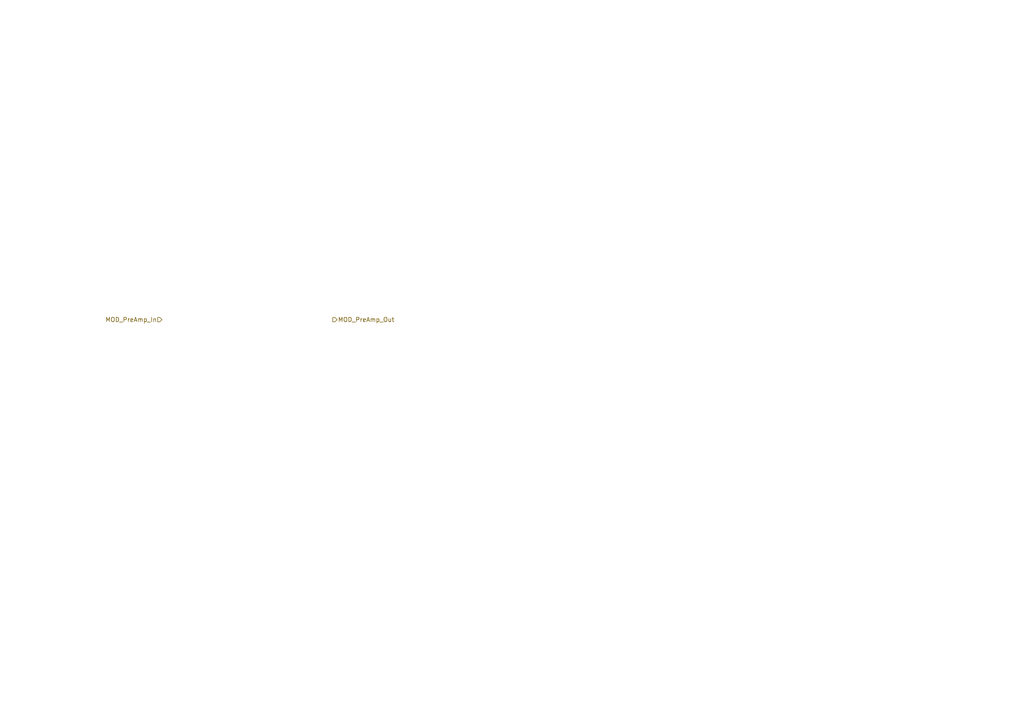
<source format=kicad_sch>
(kicad_sch (version 20230121) (generator eeschema)
  (paper "A4")
  (lib_symbols)
  (hierarchical_label "MOD_PreAmp_In" (shape input) (at 46.99 92.71 180))
  (hierarchical_label "MOD_PreAmp_Out" (shape output) (at 96.52 92.71 0))
)
</source>
